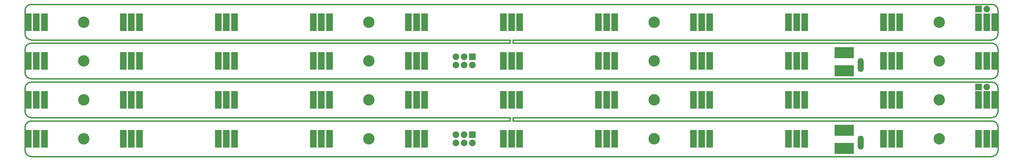
<source format=gts>
G04 (created by PCBNEW (2013-jul-07)-stable) date So 23 Nov 2014 23:31:22 CET*
%MOIN*%
G04 Gerber Fmt 3.4, Leading zero omitted, Abs format*
%FSLAX34Y34*%
G01*
G70*
G90*
G04 APERTURE LIST*
%ADD10C,0.00590551*%
%ADD11C,0.015*%
%ADD12R,0.08X0.08*%
%ADD13C,0.08*%
%ADD14R,0.0790551X0.21685*%
%ADD15C,0.138504*%
%ADD16R,0.236535X0.13811*%
%ADD17O,0.0719685X0.171181*%
G04 APERTURE END LIST*
G54D10*
G54D11*
X58858Y-14173D02*
X58858Y-13779D01*
X59251Y-13779D02*
X59251Y-14173D01*
X787Y-9448D02*
G75*
G03X0Y-10236I0J-787D01*
G74*
G01*
X0Y-12992D02*
G75*
G03X787Y-13779I787J0D01*
G74*
G01*
X117322Y-13779D02*
G75*
G03X118110Y-12992I0J787D01*
G74*
G01*
X118110Y-10236D02*
G75*
G03X117322Y-9448I-787J0D01*
G74*
G01*
X118110Y-14960D02*
G75*
G03X117322Y-14173I-787J0D01*
G74*
G01*
X117322Y-18503D02*
G75*
G03X118110Y-17716I0J787D01*
G74*
G01*
X0Y-17716D02*
G75*
G03X787Y-18503I787J0D01*
G74*
G01*
X787Y-14173D02*
G75*
G03X0Y-14960I0J-787D01*
G74*
G01*
X787Y-9448D02*
X117322Y-9448D01*
X118110Y-10236D02*
X118110Y-12992D01*
X118110Y-14960D02*
X118110Y-17716D01*
X59251Y-13779D02*
X117322Y-13779D01*
X117322Y-14173D02*
X59251Y-14173D01*
X117322Y-18503D02*
X787Y-18503D01*
X0Y-17716D02*
X0Y-14960D01*
X0Y-12992D02*
X0Y-10236D01*
X787Y-13779D02*
X58858Y-13779D01*
X58858Y-14173D02*
X787Y-14173D01*
X58858Y-4724D02*
X787Y-4724D01*
X787Y-4330D02*
X58858Y-4330D01*
X0Y-3543D02*
X0Y-787D01*
X0Y-8267D02*
X0Y-5511D01*
X117322Y-9055D02*
X787Y-9055D01*
X117322Y-4724D02*
X59251Y-4724D01*
X59251Y-4330D02*
X117322Y-4330D01*
X118110Y-5511D02*
X118110Y-8267D01*
X118110Y-787D02*
X118110Y-3543D01*
X787Y0D02*
X117322Y0D01*
X787Y-4724D02*
G75*
G03X0Y-5511I0J-787D01*
G74*
G01*
X0Y-8267D02*
G75*
G03X787Y-9055I787J0D01*
G74*
G01*
X117322Y-9055D02*
G75*
G03X118110Y-8267I0J787D01*
G74*
G01*
X118110Y-5511D02*
G75*
G03X117322Y-4724I-787J0D01*
G74*
G01*
X118110Y-787D02*
G75*
G03X117322Y0I-787J0D01*
G74*
G01*
X117322Y-4330D02*
G75*
G03X118110Y-3543I0J787D01*
G74*
G01*
X0Y-3543D02*
G75*
G03X787Y-4330I787J0D01*
G74*
G01*
X787Y0D02*
G75*
G03X0Y-787I0J-787D01*
G74*
G01*
X59251Y-4330D02*
X59251Y-4724D01*
X58858Y-4724D02*
X58858Y-4330D01*
G54D12*
X54287Y-15838D03*
G54D13*
X54287Y-16838D03*
X53287Y-15838D03*
X53287Y-16838D03*
X52287Y-15838D03*
X52287Y-16838D03*
G54D14*
X117716Y-11614D03*
X116732Y-11614D03*
X115748Y-11614D03*
X2362Y-11614D03*
X1377Y-11614D03*
X393Y-11614D03*
X25433Y-11614D03*
X24448Y-11614D03*
X23464Y-11614D03*
X48503Y-11614D03*
X47519Y-11614D03*
X46535Y-11614D03*
X71574Y-11614D03*
X70590Y-11614D03*
X69606Y-11614D03*
X94645Y-11614D03*
X93661Y-11614D03*
X92677Y-11614D03*
X104212Y-16338D03*
X105196Y-16338D03*
X106181Y-16338D03*
X81141Y-16338D03*
X82125Y-16338D03*
X83110Y-16338D03*
X58070Y-16338D03*
X59055Y-16338D03*
X60039Y-16338D03*
X35000Y-16338D03*
X35984Y-16338D03*
X36968Y-16338D03*
X11929Y-16338D03*
X12913Y-16338D03*
X13897Y-16338D03*
X106181Y-11614D03*
X105196Y-11614D03*
X104212Y-11614D03*
X115748Y-16338D03*
X116732Y-16338D03*
X117716Y-16338D03*
X92677Y-16338D03*
X93661Y-16338D03*
X94645Y-16338D03*
X69606Y-16338D03*
X70590Y-16338D03*
X71574Y-16338D03*
X46535Y-16338D03*
X47519Y-16338D03*
X48503Y-16338D03*
X23464Y-16338D03*
X24448Y-16338D03*
X25433Y-16338D03*
X393Y-16338D03*
X1377Y-16338D03*
X2362Y-16338D03*
X83110Y-11614D03*
X82125Y-11614D03*
X81141Y-11614D03*
X36968Y-11614D03*
X35984Y-11614D03*
X35000Y-11614D03*
X13897Y-11614D03*
X12913Y-11614D03*
X11929Y-11614D03*
X60039Y-11614D03*
X59055Y-11614D03*
X58070Y-11614D03*
G54D12*
X115720Y-10039D03*
G54D13*
X116720Y-10039D03*
G54D15*
X76358Y-16338D03*
X76358Y-11614D03*
X7145Y-16338D03*
X41751Y-11614D03*
X41751Y-16338D03*
X110964Y-16338D03*
X110964Y-11614D03*
X7145Y-11614D03*
G54D16*
X99429Y-17519D03*
X99429Y-15316D03*
G54D17*
X101429Y-16816D03*
G54D16*
X99429Y-8070D03*
X99429Y-5867D03*
G54D17*
X101429Y-7367D03*
G54D15*
X7145Y-2165D03*
X110964Y-2165D03*
X110964Y-6889D03*
X41751Y-6889D03*
X41751Y-2165D03*
X7145Y-6889D03*
X76358Y-2165D03*
X76358Y-6889D03*
G54D12*
X115720Y-590D03*
G54D13*
X116720Y-590D03*
G54D14*
X60039Y-2165D03*
X59055Y-2165D03*
X58070Y-2165D03*
X13897Y-2165D03*
X12913Y-2165D03*
X11929Y-2165D03*
X36968Y-2165D03*
X35984Y-2165D03*
X35000Y-2165D03*
X83110Y-2165D03*
X82125Y-2165D03*
X81141Y-2165D03*
X393Y-6889D03*
X1377Y-6889D03*
X2362Y-6889D03*
X23464Y-6889D03*
X24448Y-6889D03*
X25433Y-6889D03*
X46535Y-6889D03*
X47519Y-6889D03*
X48503Y-6889D03*
X69606Y-6889D03*
X70590Y-6889D03*
X71574Y-6889D03*
X92677Y-6889D03*
X93661Y-6889D03*
X94645Y-6889D03*
X115748Y-6889D03*
X116732Y-6889D03*
X117716Y-6889D03*
X106181Y-2165D03*
X105196Y-2165D03*
X104212Y-2165D03*
X11929Y-6889D03*
X12913Y-6889D03*
X13897Y-6889D03*
X35000Y-6889D03*
X35984Y-6889D03*
X36968Y-6889D03*
X58070Y-6889D03*
X59055Y-6889D03*
X60039Y-6889D03*
X81141Y-6889D03*
X82125Y-6889D03*
X83110Y-6889D03*
X104212Y-6889D03*
X105196Y-6889D03*
X106181Y-6889D03*
X94645Y-2165D03*
X93661Y-2165D03*
X92677Y-2165D03*
X71574Y-2165D03*
X70590Y-2165D03*
X69606Y-2165D03*
X48503Y-2165D03*
X47519Y-2165D03*
X46535Y-2165D03*
X25433Y-2165D03*
X24448Y-2165D03*
X23464Y-2165D03*
X2362Y-2165D03*
X1377Y-2165D03*
X393Y-2165D03*
X117716Y-2165D03*
X116732Y-2165D03*
X115748Y-2165D03*
G54D12*
X54287Y-6389D03*
G54D13*
X54287Y-7389D03*
X53287Y-6389D03*
X53287Y-7389D03*
X52287Y-6389D03*
X52287Y-7389D03*
M02*

</source>
